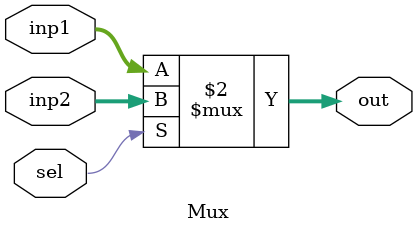
<source format=v>
`timescale 1ns / 1ps


module Mux(
    input [31:0] inp1, inp2,
    input sel,
    output [31:0] out
    );

    assign out = (~sel) ? inp1 : inp2 ;
    
endmodule

</source>
